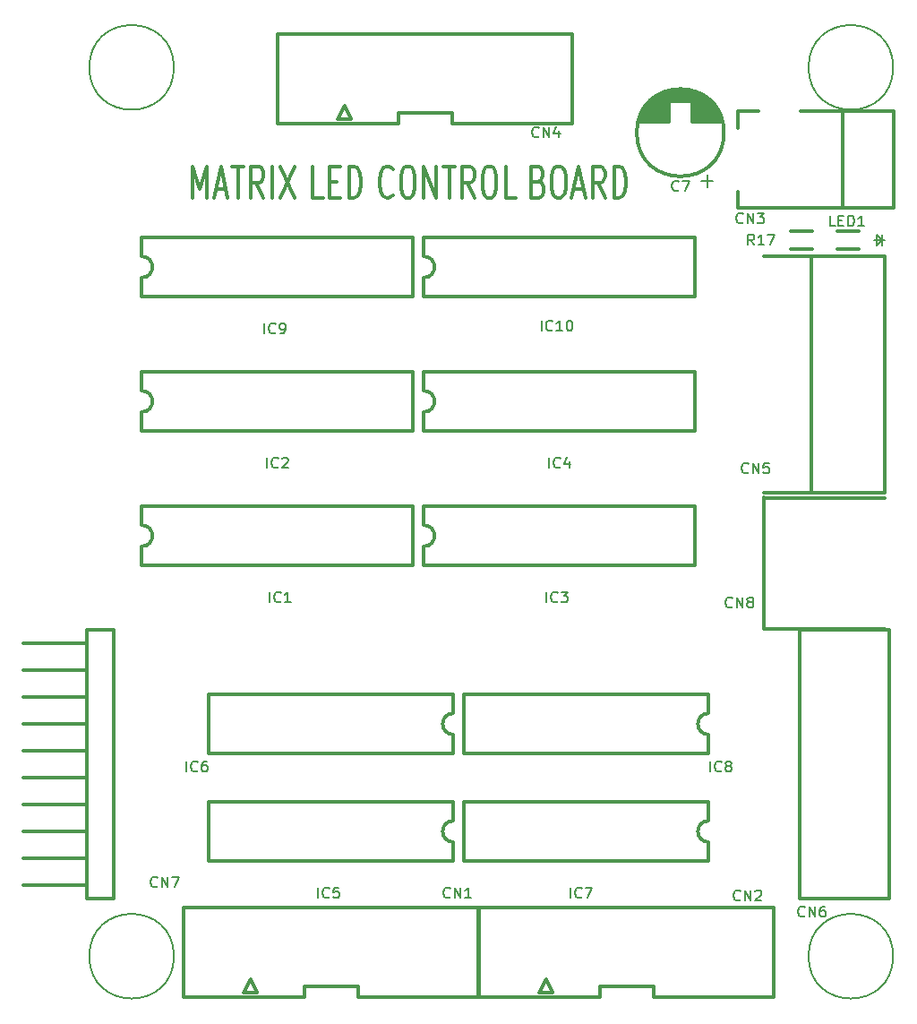
<source format=gbr>
G04 #@! TF.FileFunction,Legend,Top*
%FSLAX46Y46*%
G04 Gerber Fmt 4.6, Leading zero omitted, Abs format (unit mm)*
G04 Created by KiCad (PCBNEW 4.0.7) date 05/27/21 16:34:53*
%MOMM*%
%LPD*%
G01*
G04 APERTURE LIST*
%ADD10C,0.100000*%
%ADD11C,0.300000*%
%ADD12C,0.200000*%
%ADD13C,0.150000*%
G04 APERTURE END LIST*
D10*
D11*
X92468095Y-64779714D02*
X92753809Y-64922571D01*
X92849048Y-65065429D01*
X92944286Y-65351143D01*
X92944286Y-65779714D01*
X92849048Y-66065429D01*
X92753809Y-66208286D01*
X92563333Y-66351143D01*
X91801428Y-66351143D01*
X91801428Y-63351143D01*
X92468095Y-63351143D01*
X92658571Y-63494000D01*
X92753809Y-63636857D01*
X92849048Y-63922571D01*
X92849048Y-64208286D01*
X92753809Y-64494000D01*
X92658571Y-64636857D01*
X92468095Y-64779714D01*
X91801428Y-64779714D01*
X94182381Y-63351143D02*
X94563333Y-63351143D01*
X94753809Y-63494000D01*
X94944286Y-63779714D01*
X95039524Y-64351143D01*
X95039524Y-65351143D01*
X94944286Y-65922571D01*
X94753809Y-66208286D01*
X94563333Y-66351143D01*
X94182381Y-66351143D01*
X93991905Y-66208286D01*
X93801428Y-65922571D01*
X93706190Y-65351143D01*
X93706190Y-64351143D01*
X93801428Y-63779714D01*
X93991905Y-63494000D01*
X94182381Y-63351143D01*
X95801428Y-65494000D02*
X96753809Y-65494000D01*
X95610952Y-66351143D02*
X96277619Y-63351143D01*
X96944286Y-66351143D01*
X98753810Y-66351143D02*
X98087143Y-64922571D01*
X97610952Y-66351143D02*
X97610952Y-63351143D01*
X98372857Y-63351143D01*
X98563333Y-63494000D01*
X98658572Y-63636857D01*
X98753810Y-63922571D01*
X98753810Y-64351143D01*
X98658572Y-64636857D01*
X98563333Y-64779714D01*
X98372857Y-64922571D01*
X97610952Y-64922571D01*
X99610952Y-66351143D02*
X99610952Y-63351143D01*
X100087143Y-63351143D01*
X100372857Y-63494000D01*
X100563333Y-63779714D01*
X100658572Y-64065429D01*
X100753810Y-64636857D01*
X100753810Y-65065429D01*
X100658572Y-65636857D01*
X100563333Y-65922571D01*
X100372857Y-66208286D01*
X100087143Y-66351143D01*
X99610952Y-66351143D01*
X78688762Y-66065429D02*
X78593524Y-66208286D01*
X78307809Y-66351143D01*
X78117333Y-66351143D01*
X77831619Y-66208286D01*
X77641143Y-65922571D01*
X77545904Y-65636857D01*
X77450666Y-65065429D01*
X77450666Y-64636857D01*
X77545904Y-64065429D01*
X77641143Y-63779714D01*
X77831619Y-63494000D01*
X78117333Y-63351143D01*
X78307809Y-63351143D01*
X78593524Y-63494000D01*
X78688762Y-63636857D01*
X79926857Y-63351143D02*
X80307809Y-63351143D01*
X80498285Y-63494000D01*
X80688762Y-63779714D01*
X80784000Y-64351143D01*
X80784000Y-65351143D01*
X80688762Y-65922571D01*
X80498285Y-66208286D01*
X80307809Y-66351143D01*
X79926857Y-66351143D01*
X79736381Y-66208286D01*
X79545904Y-65922571D01*
X79450666Y-65351143D01*
X79450666Y-64351143D01*
X79545904Y-63779714D01*
X79736381Y-63494000D01*
X79926857Y-63351143D01*
X81641142Y-66351143D02*
X81641142Y-63351143D01*
X82784000Y-66351143D01*
X82784000Y-63351143D01*
X83450666Y-63351143D02*
X84593523Y-63351143D01*
X84022095Y-66351143D02*
X84022095Y-63351143D01*
X86403048Y-66351143D02*
X85736381Y-64922571D01*
X85260190Y-66351143D02*
X85260190Y-63351143D01*
X86022095Y-63351143D01*
X86212571Y-63494000D01*
X86307810Y-63636857D01*
X86403048Y-63922571D01*
X86403048Y-64351143D01*
X86307810Y-64636857D01*
X86212571Y-64779714D01*
X86022095Y-64922571D01*
X85260190Y-64922571D01*
X87641143Y-63351143D02*
X88022095Y-63351143D01*
X88212571Y-63494000D01*
X88403048Y-63779714D01*
X88498286Y-64351143D01*
X88498286Y-65351143D01*
X88403048Y-65922571D01*
X88212571Y-66208286D01*
X88022095Y-66351143D01*
X87641143Y-66351143D01*
X87450667Y-66208286D01*
X87260190Y-65922571D01*
X87164952Y-65351143D01*
X87164952Y-64351143D01*
X87260190Y-63779714D01*
X87450667Y-63494000D01*
X87641143Y-63351143D01*
X90307809Y-66351143D02*
X89355428Y-66351143D01*
X89355428Y-63351143D01*
X72084285Y-66351143D02*
X71131904Y-66351143D01*
X71131904Y-63351143D01*
X72750952Y-64779714D02*
X73417619Y-64779714D01*
X73703333Y-66351143D02*
X72750952Y-66351143D01*
X72750952Y-63351143D01*
X73703333Y-63351143D01*
X74560476Y-66351143D02*
X74560476Y-63351143D01*
X75036667Y-63351143D01*
X75322381Y-63494000D01*
X75512857Y-63779714D01*
X75608096Y-64065429D01*
X75703334Y-64636857D01*
X75703334Y-65065429D01*
X75608096Y-65636857D01*
X75512857Y-65922571D01*
X75322381Y-66208286D01*
X75036667Y-66351143D01*
X74560476Y-66351143D01*
X59765714Y-66351143D02*
X59765714Y-63351143D01*
X60432381Y-65494000D01*
X61099048Y-63351143D01*
X61099048Y-66351143D01*
X61956190Y-65494000D02*
X62908571Y-65494000D01*
X61765714Y-66351143D02*
X62432381Y-63351143D01*
X63099048Y-66351143D01*
X63480000Y-63351143D02*
X64622857Y-63351143D01*
X64051429Y-66351143D02*
X64051429Y-63351143D01*
X66432382Y-66351143D02*
X65765715Y-64922571D01*
X65289524Y-66351143D02*
X65289524Y-63351143D01*
X66051429Y-63351143D01*
X66241905Y-63494000D01*
X66337144Y-63636857D01*
X66432382Y-63922571D01*
X66432382Y-64351143D01*
X66337144Y-64636857D01*
X66241905Y-64779714D01*
X66051429Y-64922571D01*
X65289524Y-64922571D01*
X67289524Y-66351143D02*
X67289524Y-63351143D01*
X68051429Y-63351143D02*
X69384763Y-66351143D01*
X69384763Y-63351143D02*
X68051429Y-66351143D01*
D12*
X124170000Y-70328000D02*
X125186000Y-70328000D01*
X124932000Y-70836000D02*
X124932000Y-69820000D01*
X124932000Y-70328000D02*
X124424000Y-69820000D01*
X124424000Y-70836000D02*
X124932000Y-70328000D01*
X124424000Y-70582000D02*
X124424000Y-70836000D01*
X124424000Y-69820000D02*
X124424000Y-70582000D01*
X107850572Y-64720143D02*
X108993429Y-64720143D01*
X108422000Y-65291571D02*
X108422000Y-64148714D01*
X58000000Y-54000000D02*
G75*
G03X58000000Y-54000000I-4000000J0D01*
G01*
X58000000Y-138000000D02*
G75*
G03X58000000Y-138000000I-4000000J0D01*
G01*
X126000000Y-138000000D02*
G75*
G03X126000000Y-138000000I-4000000J0D01*
G01*
X126000000Y-54000000D02*
G75*
G03X126000000Y-54000000I-4000000J0D01*
G01*
D11*
X70322000Y-141888000D02*
X70322000Y-140813000D01*
X70322000Y-140813000D02*
X75402000Y-140813000D01*
X75402000Y-140813000D02*
X75402000Y-141888000D01*
X65242000Y-140178000D02*
X64607000Y-141448000D01*
X64607000Y-141448000D02*
X65877000Y-141448000D01*
X65877000Y-141448000D02*
X65242000Y-140178000D01*
X70322000Y-141888000D02*
X58952000Y-141888000D01*
X58952000Y-141888000D02*
X58952000Y-133388000D01*
X58952000Y-133388000D02*
X86772000Y-133388000D01*
X86772000Y-133388000D02*
X86772000Y-141888000D01*
X86772000Y-141888000D02*
X75402000Y-141888000D01*
X98262000Y-141888000D02*
X98262000Y-140813000D01*
X98262000Y-140813000D02*
X103342000Y-140813000D01*
X103342000Y-140813000D02*
X103342000Y-141888000D01*
X93182000Y-140178000D02*
X92547000Y-141448000D01*
X92547000Y-141448000D02*
X93817000Y-141448000D01*
X93817000Y-141448000D02*
X93182000Y-140178000D01*
X98262000Y-141888000D02*
X86892000Y-141888000D01*
X86892000Y-141888000D02*
X86892000Y-133388000D01*
X86892000Y-133388000D02*
X114712000Y-133388000D01*
X114712000Y-133388000D02*
X114712000Y-141888000D01*
X114712000Y-141888000D02*
X103342000Y-141888000D01*
X79212000Y-59338000D02*
X79212000Y-58263000D01*
X79212000Y-58263000D02*
X84292000Y-58263000D01*
X84292000Y-58263000D02*
X84292000Y-59338000D01*
X74132000Y-57628000D02*
X73497000Y-58898000D01*
X73497000Y-58898000D02*
X74767000Y-58898000D01*
X74767000Y-58898000D02*
X74132000Y-57628000D01*
X79212000Y-59338000D02*
X67842000Y-59338000D01*
X67842000Y-59338000D02*
X67842000Y-50838000D01*
X67842000Y-50838000D02*
X95662000Y-50838000D01*
X95662000Y-50838000D02*
X95662000Y-59338000D01*
X95662000Y-59338000D02*
X84292000Y-59338000D01*
X107282000Y-56268000D02*
X104582000Y-56268000D01*
X103882000Y-56568000D02*
X107882000Y-56568000D01*
X108282000Y-56868000D02*
X103482000Y-56868000D01*
X108682000Y-57168000D02*
X106982000Y-57168000D01*
X108882000Y-57368000D02*
X106982000Y-57368000D01*
X109082000Y-57668000D02*
X106982000Y-57668000D01*
X109382000Y-57968000D02*
X106982000Y-57968000D01*
X109482000Y-58268000D02*
X106982000Y-58268000D01*
X104782000Y-57168000D02*
X103082000Y-57168000D01*
X104782000Y-57368000D02*
X102882000Y-57368000D01*
X104782000Y-57668000D02*
X102582000Y-57668000D01*
X104782000Y-57968000D02*
X102382000Y-57968000D01*
X102182000Y-58268000D02*
X104782000Y-58268000D01*
X101982000Y-58868000D02*
X104782000Y-58868000D01*
X109782000Y-58868000D02*
X106982000Y-58868000D01*
X101882000Y-59168000D02*
X104782000Y-59168000D01*
X104782000Y-59168000D02*
X104782000Y-57168000D01*
X104782000Y-57168000D02*
X106982000Y-57168000D01*
X106982000Y-57168000D02*
X106982000Y-59168000D01*
X106982000Y-59168000D02*
X109882000Y-59168000D01*
X102182000Y-58568000D02*
X104782000Y-58568000D01*
X106982000Y-58568000D02*
X109682000Y-58568000D01*
X110007000Y-60168000D02*
G75*
G03X110007000Y-60168000I-4125000J0D01*
G01*
X121232000Y-67308000D02*
X121232000Y-58108000D01*
X117232000Y-58108000D02*
X126032000Y-58108000D01*
X126032000Y-58108000D02*
X126032000Y-67308000D01*
X111332000Y-59708000D02*
X111332000Y-58108000D01*
X111332000Y-58108000D02*
X113232000Y-58108000D01*
X126032000Y-67308000D02*
X111332000Y-67308000D01*
X111332000Y-67308000D02*
X111332000Y-65708000D01*
X118242000Y-94228000D02*
X118242000Y-71828000D01*
X125242000Y-71828000D02*
X113742000Y-71828000D01*
X125242000Y-94228000D02*
X113742000Y-94228000D01*
X125242000Y-94228000D02*
X125242000Y-71828000D01*
X117142000Y-132558000D02*
X125642000Y-132558000D01*
X125642000Y-132558000D02*
X125642000Y-107158000D01*
X125642000Y-107158000D02*
X117142000Y-107158000D01*
X117142000Y-107158000D02*
X117142000Y-132558000D01*
X49772000Y-108428000D02*
X43772000Y-108428000D01*
X49772000Y-110968000D02*
X43772000Y-110968000D01*
X49772000Y-113508000D02*
X43772000Y-113508000D01*
X49772000Y-116048000D02*
X43772000Y-116048000D01*
X49772000Y-118588000D02*
X43772000Y-118588000D01*
X49772000Y-121128000D02*
X43772000Y-121128000D01*
X49772000Y-123668000D02*
X43772000Y-123668000D01*
X49772000Y-126208000D02*
X43772000Y-126208000D01*
X49772000Y-128748000D02*
X43772000Y-128748000D01*
X49772000Y-131288000D02*
X43772000Y-131288000D01*
X52312000Y-132558000D02*
X52312000Y-107158000D01*
X52312000Y-107158000D02*
X49772000Y-107158000D01*
X49772000Y-107158000D02*
X49772000Y-132558000D01*
X49772000Y-132558000D02*
X52312000Y-132558000D01*
X84412000Y-127208000D02*
G75*
G02X84412000Y-125208000I0J1000000D01*
G01*
X84412000Y-125208000D02*
X84412000Y-123438000D01*
X84412000Y-123438000D02*
X61312000Y-123438000D01*
X61312000Y-123438000D02*
X61312000Y-128978000D01*
X61312000Y-128978000D02*
X84412000Y-128978000D01*
X84412000Y-128978000D02*
X84412000Y-127208000D01*
X84412000Y-117048000D02*
G75*
G02X84412000Y-115048000I0J1000000D01*
G01*
X84412000Y-115048000D02*
X84412000Y-113278000D01*
X84412000Y-113278000D02*
X61312000Y-113278000D01*
X61312000Y-113278000D02*
X61312000Y-118818000D01*
X61312000Y-118818000D02*
X84412000Y-118818000D01*
X84412000Y-118818000D02*
X84412000Y-117048000D01*
X108542000Y-127208000D02*
G75*
G02X108542000Y-125208000I0J1000000D01*
G01*
X108542000Y-125208000D02*
X108542000Y-123438000D01*
X108542000Y-123438000D02*
X85442000Y-123438000D01*
X85442000Y-123438000D02*
X85442000Y-128978000D01*
X85442000Y-128978000D02*
X108542000Y-128978000D01*
X108542000Y-128978000D02*
X108542000Y-127208000D01*
X108542000Y-117048000D02*
G75*
G02X108542000Y-115048000I0J1000000D01*
G01*
X108542000Y-115048000D02*
X108542000Y-113278000D01*
X108542000Y-113278000D02*
X85442000Y-113278000D01*
X85442000Y-113278000D02*
X85442000Y-118818000D01*
X85442000Y-118818000D02*
X108542000Y-118818000D01*
X108542000Y-118818000D02*
X108542000Y-117048000D01*
X54962000Y-97268000D02*
G75*
G02X54962000Y-99268000I0J-1000000D01*
G01*
X54962000Y-99268000D02*
X54962000Y-101038000D01*
X54962000Y-101038000D02*
X80602000Y-101038000D01*
X80602000Y-101038000D02*
X80602000Y-95498000D01*
X80602000Y-95498000D02*
X54962000Y-95498000D01*
X54962000Y-95498000D02*
X54962000Y-97268000D01*
X54962000Y-84568000D02*
G75*
G02X54962000Y-86568000I0J-1000000D01*
G01*
X54962000Y-86568000D02*
X54962000Y-88338000D01*
X54962000Y-88338000D02*
X80602000Y-88338000D01*
X80602000Y-88338000D02*
X80602000Y-82798000D01*
X80602000Y-82798000D02*
X54962000Y-82798000D01*
X54962000Y-82798000D02*
X54962000Y-84568000D01*
X81632000Y-97268000D02*
G75*
G02X81632000Y-99268000I0J-1000000D01*
G01*
X81632000Y-99268000D02*
X81632000Y-101038000D01*
X81632000Y-101038000D02*
X107272000Y-101038000D01*
X107272000Y-101038000D02*
X107272000Y-95498000D01*
X107272000Y-95498000D02*
X81632000Y-95498000D01*
X81632000Y-95498000D02*
X81632000Y-97268000D01*
X81632000Y-84568000D02*
G75*
G02X81632000Y-86568000I0J-1000000D01*
G01*
X81632000Y-86568000D02*
X81632000Y-88338000D01*
X81632000Y-88338000D02*
X107272000Y-88338000D01*
X107272000Y-88338000D02*
X107272000Y-82798000D01*
X107272000Y-82798000D02*
X81632000Y-82798000D01*
X81632000Y-82798000D02*
X81632000Y-84568000D01*
X54962000Y-71868000D02*
G75*
G02X54962000Y-73868000I0J-1000000D01*
G01*
X54962000Y-73868000D02*
X54962000Y-75638000D01*
X54962000Y-75638000D02*
X80602000Y-75638000D01*
X80602000Y-75638000D02*
X80602000Y-70098000D01*
X80602000Y-70098000D02*
X54962000Y-70098000D01*
X54962000Y-70098000D02*
X54962000Y-71868000D01*
X81632000Y-71868000D02*
G75*
G02X81632000Y-73868000I0J-1000000D01*
G01*
X81632000Y-73868000D02*
X81632000Y-75638000D01*
X81632000Y-75638000D02*
X107272000Y-75638000D01*
X107272000Y-75638000D02*
X107272000Y-70098000D01*
X107272000Y-70098000D02*
X81632000Y-70098000D01*
X81632000Y-70098000D02*
X81632000Y-71868000D01*
X118312000Y-69478000D02*
X116312000Y-69478000D01*
X116312000Y-71178000D02*
X118312000Y-71178000D01*
X122757000Y-69478000D02*
X120757000Y-69478000D01*
X120757000Y-71178000D02*
X122757000Y-71178000D01*
X113742000Y-94668000D02*
X125242000Y-94668000D01*
X113742000Y-107068000D02*
X125242000Y-107068000D01*
X113742000Y-107068000D02*
X113742000Y-94658000D01*
D13*
X84109524Y-132407143D02*
X84061905Y-132454762D01*
X83919048Y-132502381D01*
X83823810Y-132502381D01*
X83680952Y-132454762D01*
X83585714Y-132359524D01*
X83538095Y-132264286D01*
X83490476Y-132073810D01*
X83490476Y-131930952D01*
X83538095Y-131740476D01*
X83585714Y-131645238D01*
X83680952Y-131550000D01*
X83823810Y-131502381D01*
X83919048Y-131502381D01*
X84061905Y-131550000D01*
X84109524Y-131597619D01*
X84538095Y-132502381D02*
X84538095Y-131502381D01*
X85109524Y-132502381D01*
X85109524Y-131502381D01*
X86109524Y-132502381D02*
X85538095Y-132502381D01*
X85823809Y-132502381D02*
X85823809Y-131502381D01*
X85728571Y-131645238D01*
X85633333Y-131740476D01*
X85538095Y-131788095D01*
X111541524Y-132661143D02*
X111493905Y-132708762D01*
X111351048Y-132756381D01*
X111255810Y-132756381D01*
X111112952Y-132708762D01*
X111017714Y-132613524D01*
X110970095Y-132518286D01*
X110922476Y-132327810D01*
X110922476Y-132184952D01*
X110970095Y-131994476D01*
X111017714Y-131899238D01*
X111112952Y-131804000D01*
X111255810Y-131756381D01*
X111351048Y-131756381D01*
X111493905Y-131804000D01*
X111541524Y-131851619D01*
X111970095Y-132756381D02*
X111970095Y-131756381D01*
X112541524Y-132756381D01*
X112541524Y-131756381D01*
X112970095Y-131851619D02*
X113017714Y-131804000D01*
X113112952Y-131756381D01*
X113351048Y-131756381D01*
X113446286Y-131804000D01*
X113493905Y-131851619D01*
X113541524Y-131946857D01*
X113541524Y-132042095D01*
X113493905Y-132184952D01*
X112922476Y-132756381D01*
X113541524Y-132756381D01*
X92491524Y-60525143D02*
X92443905Y-60572762D01*
X92301048Y-60620381D01*
X92205810Y-60620381D01*
X92062952Y-60572762D01*
X91967714Y-60477524D01*
X91920095Y-60382286D01*
X91872476Y-60191810D01*
X91872476Y-60048952D01*
X91920095Y-59858476D01*
X91967714Y-59763238D01*
X92062952Y-59668000D01*
X92205810Y-59620381D01*
X92301048Y-59620381D01*
X92443905Y-59668000D01*
X92491524Y-59715619D01*
X92920095Y-60620381D02*
X92920095Y-59620381D01*
X93491524Y-60620381D01*
X93491524Y-59620381D01*
X94396286Y-59953714D02*
X94396286Y-60620381D01*
X94158190Y-59572762D02*
X93920095Y-60287048D01*
X94539143Y-60287048D01*
X105715334Y-65605143D02*
X105667715Y-65652762D01*
X105524858Y-65700381D01*
X105429620Y-65700381D01*
X105286762Y-65652762D01*
X105191524Y-65557524D01*
X105143905Y-65462286D01*
X105096286Y-65271810D01*
X105096286Y-65128952D01*
X105143905Y-64938476D01*
X105191524Y-64843238D01*
X105286762Y-64748000D01*
X105429620Y-64700381D01*
X105524858Y-64700381D01*
X105667715Y-64748000D01*
X105715334Y-64795619D01*
X106048667Y-64700381D02*
X106715334Y-64700381D01*
X106286762Y-65700381D01*
X111795524Y-68653143D02*
X111747905Y-68700762D01*
X111605048Y-68748381D01*
X111509810Y-68748381D01*
X111366952Y-68700762D01*
X111271714Y-68605524D01*
X111224095Y-68510286D01*
X111176476Y-68319810D01*
X111176476Y-68176952D01*
X111224095Y-67986476D01*
X111271714Y-67891238D01*
X111366952Y-67796000D01*
X111509810Y-67748381D01*
X111605048Y-67748381D01*
X111747905Y-67796000D01*
X111795524Y-67843619D01*
X112224095Y-68748381D02*
X112224095Y-67748381D01*
X112795524Y-68748381D01*
X112795524Y-67748381D01*
X113176476Y-67748381D02*
X113795524Y-67748381D01*
X113462190Y-68129333D01*
X113605048Y-68129333D01*
X113700286Y-68176952D01*
X113747905Y-68224571D01*
X113795524Y-68319810D01*
X113795524Y-68557905D01*
X113747905Y-68653143D01*
X113700286Y-68700762D01*
X113605048Y-68748381D01*
X113319333Y-68748381D01*
X113224095Y-68700762D01*
X113176476Y-68653143D01*
X112303524Y-92275143D02*
X112255905Y-92322762D01*
X112113048Y-92370381D01*
X112017810Y-92370381D01*
X111874952Y-92322762D01*
X111779714Y-92227524D01*
X111732095Y-92132286D01*
X111684476Y-91941810D01*
X111684476Y-91798952D01*
X111732095Y-91608476D01*
X111779714Y-91513238D01*
X111874952Y-91418000D01*
X112017810Y-91370381D01*
X112113048Y-91370381D01*
X112255905Y-91418000D01*
X112303524Y-91465619D01*
X112732095Y-92370381D02*
X112732095Y-91370381D01*
X113303524Y-92370381D01*
X113303524Y-91370381D01*
X114255905Y-91370381D02*
X113779714Y-91370381D01*
X113732095Y-91846571D01*
X113779714Y-91798952D01*
X113874952Y-91751333D01*
X114113048Y-91751333D01*
X114208286Y-91798952D01*
X114255905Y-91846571D01*
X114303524Y-91941810D01*
X114303524Y-92179905D01*
X114255905Y-92275143D01*
X114208286Y-92322762D01*
X114113048Y-92370381D01*
X113874952Y-92370381D01*
X113779714Y-92322762D01*
X113732095Y-92275143D01*
X117637524Y-134185143D02*
X117589905Y-134232762D01*
X117447048Y-134280381D01*
X117351810Y-134280381D01*
X117208952Y-134232762D01*
X117113714Y-134137524D01*
X117066095Y-134042286D01*
X117018476Y-133851810D01*
X117018476Y-133708952D01*
X117066095Y-133518476D01*
X117113714Y-133423238D01*
X117208952Y-133328000D01*
X117351810Y-133280381D01*
X117447048Y-133280381D01*
X117589905Y-133328000D01*
X117637524Y-133375619D01*
X118066095Y-134280381D02*
X118066095Y-133280381D01*
X118637524Y-134280381D01*
X118637524Y-133280381D01*
X119542286Y-133280381D02*
X119351809Y-133280381D01*
X119256571Y-133328000D01*
X119208952Y-133375619D01*
X119113714Y-133518476D01*
X119066095Y-133708952D01*
X119066095Y-134089905D01*
X119113714Y-134185143D01*
X119161333Y-134232762D01*
X119256571Y-134280381D01*
X119447048Y-134280381D01*
X119542286Y-134232762D01*
X119589905Y-134185143D01*
X119637524Y-134089905D01*
X119637524Y-133851810D01*
X119589905Y-133756571D01*
X119542286Y-133708952D01*
X119447048Y-133661333D01*
X119256571Y-133661333D01*
X119161333Y-133708952D01*
X119113714Y-133756571D01*
X119066095Y-133851810D01*
X56423524Y-131391143D02*
X56375905Y-131438762D01*
X56233048Y-131486381D01*
X56137810Y-131486381D01*
X55994952Y-131438762D01*
X55899714Y-131343524D01*
X55852095Y-131248286D01*
X55804476Y-131057810D01*
X55804476Y-130914952D01*
X55852095Y-130724476D01*
X55899714Y-130629238D01*
X55994952Y-130534000D01*
X56137810Y-130486381D01*
X56233048Y-130486381D01*
X56375905Y-130534000D01*
X56423524Y-130581619D01*
X56852095Y-131486381D02*
X56852095Y-130486381D01*
X57423524Y-131486381D01*
X57423524Y-130486381D01*
X57804476Y-130486381D02*
X58471143Y-130486381D01*
X58042571Y-131486381D01*
X71631810Y-132502381D02*
X71631810Y-131502381D01*
X72679429Y-132407143D02*
X72631810Y-132454762D01*
X72488953Y-132502381D01*
X72393715Y-132502381D01*
X72250857Y-132454762D01*
X72155619Y-132359524D01*
X72108000Y-132264286D01*
X72060381Y-132073810D01*
X72060381Y-131930952D01*
X72108000Y-131740476D01*
X72155619Y-131645238D01*
X72250857Y-131550000D01*
X72393715Y-131502381D01*
X72488953Y-131502381D01*
X72631810Y-131550000D01*
X72679429Y-131597619D01*
X73584191Y-131502381D02*
X73108000Y-131502381D01*
X73060381Y-131978571D01*
X73108000Y-131930952D01*
X73203238Y-131883333D01*
X73441334Y-131883333D01*
X73536572Y-131930952D01*
X73584191Y-131978571D01*
X73631810Y-132073810D01*
X73631810Y-132311905D01*
X73584191Y-132407143D01*
X73536572Y-132454762D01*
X73441334Y-132502381D01*
X73203238Y-132502381D01*
X73108000Y-132454762D01*
X73060381Y-132407143D01*
X59185810Y-120564381D02*
X59185810Y-119564381D01*
X60233429Y-120469143D02*
X60185810Y-120516762D01*
X60042953Y-120564381D01*
X59947715Y-120564381D01*
X59804857Y-120516762D01*
X59709619Y-120421524D01*
X59662000Y-120326286D01*
X59614381Y-120135810D01*
X59614381Y-119992952D01*
X59662000Y-119802476D01*
X59709619Y-119707238D01*
X59804857Y-119612000D01*
X59947715Y-119564381D01*
X60042953Y-119564381D01*
X60185810Y-119612000D01*
X60233429Y-119659619D01*
X61090572Y-119564381D02*
X60900095Y-119564381D01*
X60804857Y-119612000D01*
X60757238Y-119659619D01*
X60662000Y-119802476D01*
X60614381Y-119992952D01*
X60614381Y-120373905D01*
X60662000Y-120469143D01*
X60709619Y-120516762D01*
X60804857Y-120564381D01*
X60995334Y-120564381D01*
X61090572Y-120516762D01*
X61138191Y-120469143D01*
X61185810Y-120373905D01*
X61185810Y-120135810D01*
X61138191Y-120040571D01*
X61090572Y-119992952D01*
X60995334Y-119945333D01*
X60804857Y-119945333D01*
X60709619Y-119992952D01*
X60662000Y-120040571D01*
X60614381Y-120135810D01*
X95507810Y-132502381D02*
X95507810Y-131502381D01*
X96555429Y-132407143D02*
X96507810Y-132454762D01*
X96364953Y-132502381D01*
X96269715Y-132502381D01*
X96126857Y-132454762D01*
X96031619Y-132359524D01*
X95984000Y-132264286D01*
X95936381Y-132073810D01*
X95936381Y-131930952D01*
X95984000Y-131740476D01*
X96031619Y-131645238D01*
X96126857Y-131550000D01*
X96269715Y-131502381D01*
X96364953Y-131502381D01*
X96507810Y-131550000D01*
X96555429Y-131597619D01*
X96888762Y-131502381D02*
X97555429Y-131502381D01*
X97126857Y-132502381D01*
X108715810Y-120564381D02*
X108715810Y-119564381D01*
X109763429Y-120469143D02*
X109715810Y-120516762D01*
X109572953Y-120564381D01*
X109477715Y-120564381D01*
X109334857Y-120516762D01*
X109239619Y-120421524D01*
X109192000Y-120326286D01*
X109144381Y-120135810D01*
X109144381Y-119992952D01*
X109192000Y-119802476D01*
X109239619Y-119707238D01*
X109334857Y-119612000D01*
X109477715Y-119564381D01*
X109572953Y-119564381D01*
X109715810Y-119612000D01*
X109763429Y-119659619D01*
X110334857Y-119992952D02*
X110239619Y-119945333D01*
X110192000Y-119897714D01*
X110144381Y-119802476D01*
X110144381Y-119754857D01*
X110192000Y-119659619D01*
X110239619Y-119612000D01*
X110334857Y-119564381D01*
X110525334Y-119564381D01*
X110620572Y-119612000D01*
X110668191Y-119659619D01*
X110715810Y-119754857D01*
X110715810Y-119802476D01*
X110668191Y-119897714D01*
X110620572Y-119945333D01*
X110525334Y-119992952D01*
X110334857Y-119992952D01*
X110239619Y-120040571D01*
X110192000Y-120088190D01*
X110144381Y-120183429D01*
X110144381Y-120373905D01*
X110192000Y-120469143D01*
X110239619Y-120516762D01*
X110334857Y-120564381D01*
X110525334Y-120564381D01*
X110620572Y-120516762D01*
X110668191Y-120469143D01*
X110715810Y-120373905D01*
X110715810Y-120183429D01*
X110668191Y-120088190D01*
X110620572Y-120040571D01*
X110525334Y-119992952D01*
X67059810Y-104562381D02*
X67059810Y-103562381D01*
X68107429Y-104467143D02*
X68059810Y-104514762D01*
X67916953Y-104562381D01*
X67821715Y-104562381D01*
X67678857Y-104514762D01*
X67583619Y-104419524D01*
X67536000Y-104324286D01*
X67488381Y-104133810D01*
X67488381Y-103990952D01*
X67536000Y-103800476D01*
X67583619Y-103705238D01*
X67678857Y-103610000D01*
X67821715Y-103562381D01*
X67916953Y-103562381D01*
X68059810Y-103610000D01*
X68107429Y-103657619D01*
X69059810Y-104562381D02*
X68488381Y-104562381D01*
X68774095Y-104562381D02*
X68774095Y-103562381D01*
X68678857Y-103705238D01*
X68583619Y-103800476D01*
X68488381Y-103848095D01*
X66805810Y-91862381D02*
X66805810Y-90862381D01*
X67853429Y-91767143D02*
X67805810Y-91814762D01*
X67662953Y-91862381D01*
X67567715Y-91862381D01*
X67424857Y-91814762D01*
X67329619Y-91719524D01*
X67282000Y-91624286D01*
X67234381Y-91433810D01*
X67234381Y-91290952D01*
X67282000Y-91100476D01*
X67329619Y-91005238D01*
X67424857Y-90910000D01*
X67567715Y-90862381D01*
X67662953Y-90862381D01*
X67805810Y-90910000D01*
X67853429Y-90957619D01*
X68234381Y-90957619D02*
X68282000Y-90910000D01*
X68377238Y-90862381D01*
X68615334Y-90862381D01*
X68710572Y-90910000D01*
X68758191Y-90957619D01*
X68805810Y-91052857D01*
X68805810Y-91148095D01*
X68758191Y-91290952D01*
X68186762Y-91862381D01*
X68805810Y-91862381D01*
X93221810Y-104562381D02*
X93221810Y-103562381D01*
X94269429Y-104467143D02*
X94221810Y-104514762D01*
X94078953Y-104562381D01*
X93983715Y-104562381D01*
X93840857Y-104514762D01*
X93745619Y-104419524D01*
X93698000Y-104324286D01*
X93650381Y-104133810D01*
X93650381Y-103990952D01*
X93698000Y-103800476D01*
X93745619Y-103705238D01*
X93840857Y-103610000D01*
X93983715Y-103562381D01*
X94078953Y-103562381D01*
X94221810Y-103610000D01*
X94269429Y-103657619D01*
X94602762Y-103562381D02*
X95221810Y-103562381D01*
X94888476Y-103943333D01*
X95031334Y-103943333D01*
X95126572Y-103990952D01*
X95174191Y-104038571D01*
X95221810Y-104133810D01*
X95221810Y-104371905D01*
X95174191Y-104467143D01*
X95126572Y-104514762D01*
X95031334Y-104562381D01*
X94745619Y-104562381D01*
X94650381Y-104514762D01*
X94602762Y-104467143D01*
X93475810Y-91862381D02*
X93475810Y-90862381D01*
X94523429Y-91767143D02*
X94475810Y-91814762D01*
X94332953Y-91862381D01*
X94237715Y-91862381D01*
X94094857Y-91814762D01*
X93999619Y-91719524D01*
X93952000Y-91624286D01*
X93904381Y-91433810D01*
X93904381Y-91290952D01*
X93952000Y-91100476D01*
X93999619Y-91005238D01*
X94094857Y-90910000D01*
X94237715Y-90862381D01*
X94332953Y-90862381D01*
X94475810Y-90910000D01*
X94523429Y-90957619D01*
X95380572Y-91195714D02*
X95380572Y-91862381D01*
X95142476Y-90814762D02*
X94904381Y-91529048D01*
X95523429Y-91529048D01*
X66551810Y-79162381D02*
X66551810Y-78162381D01*
X67599429Y-79067143D02*
X67551810Y-79114762D01*
X67408953Y-79162381D01*
X67313715Y-79162381D01*
X67170857Y-79114762D01*
X67075619Y-79019524D01*
X67028000Y-78924286D01*
X66980381Y-78733810D01*
X66980381Y-78590952D01*
X67028000Y-78400476D01*
X67075619Y-78305238D01*
X67170857Y-78210000D01*
X67313715Y-78162381D01*
X67408953Y-78162381D01*
X67551810Y-78210000D01*
X67599429Y-78257619D01*
X68075619Y-79162381D02*
X68266095Y-79162381D01*
X68361334Y-79114762D01*
X68408953Y-79067143D01*
X68504191Y-78924286D01*
X68551810Y-78733810D01*
X68551810Y-78352857D01*
X68504191Y-78257619D01*
X68456572Y-78210000D01*
X68361334Y-78162381D01*
X68170857Y-78162381D01*
X68075619Y-78210000D01*
X68028000Y-78257619D01*
X67980381Y-78352857D01*
X67980381Y-78590952D01*
X68028000Y-78686190D01*
X68075619Y-78733810D01*
X68170857Y-78781429D01*
X68361334Y-78781429D01*
X68456572Y-78733810D01*
X68504191Y-78686190D01*
X68551810Y-78590952D01*
X92745619Y-78908381D02*
X92745619Y-77908381D01*
X93793238Y-78813143D02*
X93745619Y-78860762D01*
X93602762Y-78908381D01*
X93507524Y-78908381D01*
X93364666Y-78860762D01*
X93269428Y-78765524D01*
X93221809Y-78670286D01*
X93174190Y-78479810D01*
X93174190Y-78336952D01*
X93221809Y-78146476D01*
X93269428Y-78051238D01*
X93364666Y-77956000D01*
X93507524Y-77908381D01*
X93602762Y-77908381D01*
X93745619Y-77956000D01*
X93793238Y-78003619D01*
X94745619Y-78908381D02*
X94174190Y-78908381D01*
X94459904Y-78908381D02*
X94459904Y-77908381D01*
X94364666Y-78051238D01*
X94269428Y-78146476D01*
X94174190Y-78194095D01*
X95364666Y-77908381D02*
X95459905Y-77908381D01*
X95555143Y-77956000D01*
X95602762Y-78003619D01*
X95650381Y-78098857D01*
X95698000Y-78289333D01*
X95698000Y-78527429D01*
X95650381Y-78717905D01*
X95602762Y-78813143D01*
X95555143Y-78860762D01*
X95459905Y-78908381D01*
X95364666Y-78908381D01*
X95269428Y-78860762D01*
X95221809Y-78813143D01*
X95174190Y-78717905D01*
X95126571Y-78527429D01*
X95126571Y-78289333D01*
X95174190Y-78098857D01*
X95221809Y-78003619D01*
X95269428Y-77956000D01*
X95364666Y-77908381D01*
X112859143Y-70780381D02*
X112525809Y-70304190D01*
X112287714Y-70780381D02*
X112287714Y-69780381D01*
X112668667Y-69780381D01*
X112763905Y-69828000D01*
X112811524Y-69875619D01*
X112859143Y-69970857D01*
X112859143Y-70113714D01*
X112811524Y-70208952D01*
X112763905Y-70256571D01*
X112668667Y-70304190D01*
X112287714Y-70304190D01*
X113811524Y-70780381D02*
X113240095Y-70780381D01*
X113525809Y-70780381D02*
X113525809Y-69780381D01*
X113430571Y-69923238D01*
X113335333Y-70018476D01*
X113240095Y-70066095D01*
X114144857Y-69780381D02*
X114811524Y-69780381D01*
X114382952Y-70780381D01*
X120510953Y-69002381D02*
X120034762Y-69002381D01*
X120034762Y-68002381D01*
X120844286Y-68478571D02*
X121177620Y-68478571D01*
X121320477Y-69002381D02*
X120844286Y-69002381D01*
X120844286Y-68002381D01*
X121320477Y-68002381D01*
X121749048Y-69002381D02*
X121749048Y-68002381D01*
X121987143Y-68002381D01*
X122130001Y-68050000D01*
X122225239Y-68145238D01*
X122272858Y-68240476D01*
X122320477Y-68430952D01*
X122320477Y-68573810D01*
X122272858Y-68764286D01*
X122225239Y-68859524D01*
X122130001Y-68954762D01*
X121987143Y-69002381D01*
X121749048Y-69002381D01*
X123272858Y-69002381D02*
X122701429Y-69002381D01*
X122987143Y-69002381D02*
X122987143Y-68002381D01*
X122891905Y-68145238D01*
X122796667Y-68240476D01*
X122701429Y-68288095D01*
X110779524Y-104975143D02*
X110731905Y-105022762D01*
X110589048Y-105070381D01*
X110493810Y-105070381D01*
X110350952Y-105022762D01*
X110255714Y-104927524D01*
X110208095Y-104832286D01*
X110160476Y-104641810D01*
X110160476Y-104498952D01*
X110208095Y-104308476D01*
X110255714Y-104213238D01*
X110350952Y-104118000D01*
X110493810Y-104070381D01*
X110589048Y-104070381D01*
X110731905Y-104118000D01*
X110779524Y-104165619D01*
X111208095Y-105070381D02*
X111208095Y-104070381D01*
X111779524Y-105070381D01*
X111779524Y-104070381D01*
X112398571Y-104498952D02*
X112303333Y-104451333D01*
X112255714Y-104403714D01*
X112208095Y-104308476D01*
X112208095Y-104260857D01*
X112255714Y-104165619D01*
X112303333Y-104118000D01*
X112398571Y-104070381D01*
X112589048Y-104070381D01*
X112684286Y-104118000D01*
X112731905Y-104165619D01*
X112779524Y-104260857D01*
X112779524Y-104308476D01*
X112731905Y-104403714D01*
X112684286Y-104451333D01*
X112589048Y-104498952D01*
X112398571Y-104498952D01*
X112303333Y-104546571D01*
X112255714Y-104594190D01*
X112208095Y-104689429D01*
X112208095Y-104879905D01*
X112255714Y-104975143D01*
X112303333Y-105022762D01*
X112398571Y-105070381D01*
X112589048Y-105070381D01*
X112684286Y-105022762D01*
X112731905Y-104975143D01*
X112779524Y-104879905D01*
X112779524Y-104689429D01*
X112731905Y-104594190D01*
X112684286Y-104546571D01*
X112589048Y-104498952D01*
M02*

</source>
